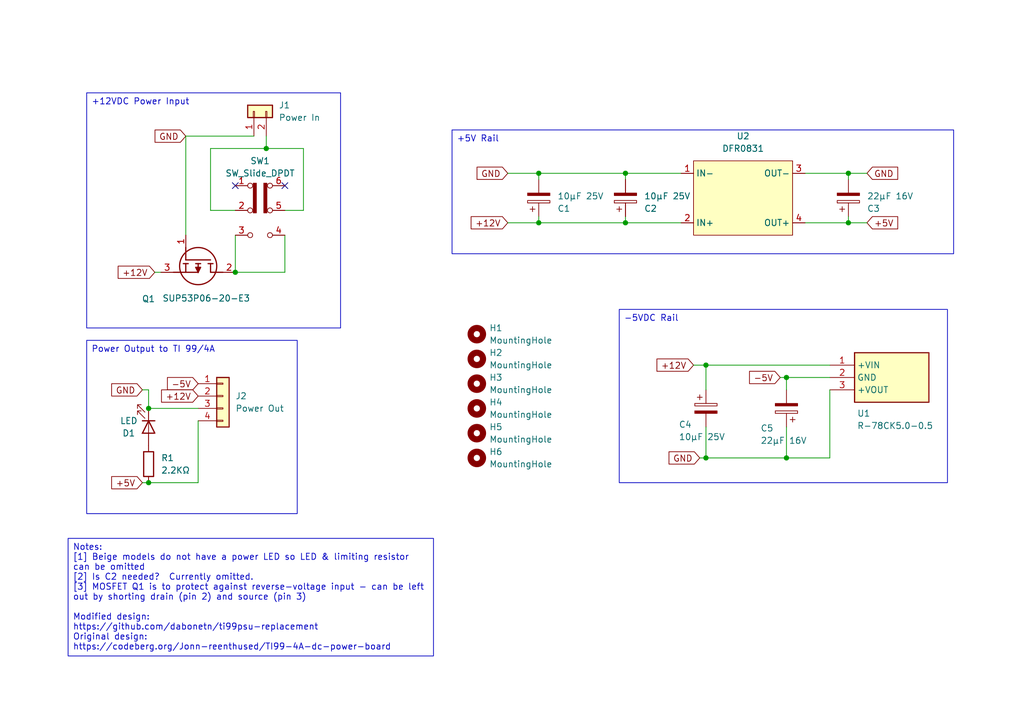
<source format=kicad_sch>
(kicad_sch (version 20250114) (generator "eeschema") (generator_version "9.0")
  (paper "A5")
  (title_block (title "Texas Instruments TI 99/4A PSU Replacement") (date "1/NOV/2025") (rev "A") (company "Brett Hallen") (comment 1 "www.youtube.com/@Brfff") (comment 2 "Modified design: dabonetn") (comment 3 "Original design: Johnny Blanchard"))
  (lib_symbols
    (symbol "Clueless_Engineer:DFR0831"
      (property "Reference" "U" (at -5.08 2.54 0))
      (property "Value" "DFR0831" (at -2.54 0 0))
      (symbol "DFR0831_1_1"
        (rectangle (start -10.16 -2.54) (end 10.16 -17.78) (fill (type color) (color 255 255 194 1)))
        (pin power_in line (at -12.7 -5.08 0) (length 2.54) (name "IN-") (number "1"))
        (pin power_in line (at -12.7 -15.24 0) (length 2.54) (name "IN+") (number "2"))
        (pin power_out line (at 12.7 -5.08 180) (length 2.54) (name "OUT-") (number "3"))
        (pin power_out line (at 12.7 -15.24 180) (length 2.54) (name "OUT+") (number "4"))
      )
    )
    (symbol "Clueless_Engineer:R-78CK5.0-0.5"
      (property "Reference" "PS" (at 21.59 7.62 0))
      (property "Value" "R-78CK5.0-0.5" (at 21.59 5.08 0))
      (symbol "R-78CK5.0-0.5_1_1"
        (rectangle (start 5.08 2.54) (end 20.32 -7.62) (stroke (width 0.254)) (fill (type background)))
        (pin passive line (at 0 0 0) (length 5.08) (name "+VIN") (number "1"))
        (pin passive line (at 0 -2.54 0) (length 5.08) (name "GND") (number "2"))
        (pin passive line (at 0 -5.08 0) (length 5.08) (name "+VOUT") (number "3"))
      )
    )
    (symbol "Clueless_Engineer:SUP53P06-20-E3" (pin_names (hide yes))
      (property "Reference" "Q" (at 11.43 3.81 0))
      (property "Value" "SUP53P06-20-E3" (at 11.43 1.27 0))
      (symbol "SUP53P06-20-E3_1_1"
        (polyline (pts (xy 2.54 0) (xy 5.08 0)) (stroke (width 0.254)))
        (polyline (pts (xy 5.08 5.08) (xy 5.08 0)) (stroke (width 0.254)))
        (polyline (pts (xy 5.842 5.588) (xy 5.842 4.572)) (stroke (width 0.254)))
        (polyline (pts (xy 5.842 2.032) (xy 5.842 3.048)) (stroke (width 0.254)))
        (polyline (pts (xy 5.842 0) (xy 7.62 0)) (stroke (width 0.254)))
        (polyline (pts (xy 5.842 -0.508) (xy 5.842 0.508)) (stroke (width 0.254)))
        (circle (center 6.35 2.54) (radius 3.81) (stroke (width 0.254)))
        (polyline (pts (xy 7.62 5.08) (xy 5.842 5.08)) (stroke (width 0.254)))
        (polyline (pts (xy 7.62 5.08) (xy 7.62 7.62)) (stroke (width 0.254)))
        (polyline (pts (xy 7.62 2.54) (xy 5.842 2.54)) (stroke (width 0.254)))
        (polyline (pts (xy 7.62 2.54) (xy 7.62 -2.54)) (stroke (width 0.254)))
        (polyline (pts (xy 7.62 2.54) (xy 6.604 3.048) (xy 6.604 2.032) (xy 7.62 2.54)) (stroke (width 0.254)) (fill (type outline)))
        (pin passive line (at 0 0 0) (length 2.54) (name "G") (number "1"))
        (pin passive line (at 7.62 10.16 270) (length 2.54) (name "D") (number "2"))
        (pin passive line (at 7.62 -5.08 90) (length 2.54) (name "S") (number "3"))
      )
    )
    (symbol "Connector_Generic:Conn_01x02" (pin_names (offset 1.016) (hide yes))
      (property "Reference" "J" (at 0 2.54 0))
      (property "Value" "Conn_01x02" (at 0 -5.08 0))
      (symbol "Conn_01x02_1_1"
        (rectangle (start -1.27 1.27) (end 1.27 -3.81) (stroke (width 0.254)) (fill (type background)))
        (rectangle (start -1.27 0.127) (end 0 -0.127) (stroke (width 0.1524)))
        (rectangle (start -1.27 -2.413) (end 0 -2.667) (stroke (width 0.1524)))
        (pin passive line (at -5.08 0 0) (length 3.81) (name "Pin_1") (number "1"))
        (pin passive line (at -5.08 -2.54 0) (length 3.81) (name "Pin_2") (number "2"))
      )
    )
    (symbol "Connector_Generic:Conn_01x04" (pin_names (offset 1.016) (hide yes))
      (property "Reference" "J" (at 0 5.08 0))
      (property "Value" "Conn_01x04" (at 0 -7.62 0))
      (symbol "Conn_01x04_1_1"
        (rectangle (start -1.27 3.81) (end 1.27 -6.35) (stroke (width 0.254)) (fill (type background)))
        (rectangle (start -1.27 2.667) (end 0 2.413) (stroke (width 0.1524)))
        (rectangle (start -1.27 0.127) (end 0 -0.127) (stroke (width 0.1524)))
        (rectangle (start -1.27 -2.413) (end 0 -2.667) (stroke (width 0.1524)))
        (rectangle (start -1.27 -4.953) (end 0 -5.207) (stroke (width 0.1524)))
        (pin passive line (at -5.08 2.54 0) (length 3.81) (name "Pin_1") (number "1"))
        (pin passive line (at -5.08 0 0) (length 3.81) (name "Pin_2") (number "2"))
        (pin passive line (at -5.08 -2.54 0) (length 3.81) (name "Pin_3") (number "3"))
        (pin passive line (at -5.08 -5.08 0) (length 3.81) (name "Pin_4") (number "4"))
      )
    )
    (symbol "Device:C_Polarized" (pin_numbers (hide yes)) (pin_names (offset 0.254))
      (property "Reference" "C" (at 0.635 2.54 0))
      (property "Value" "C_Polarized" (at 0.635 -2.54 0))
      (symbol "C_Polarized_0_1"
        (rectangle (start -2.286 0.508) (end 2.286 1.016))
        (polyline (pts (xy -1.778 2.286) (xy -0.762 2.286)))
        (polyline (pts (xy -1.27 2.794) (xy -1.27 1.778)))
        (rectangle (start 2.286 -0.508) (end -2.286 -1.016) (fill (type outline)))
      )
      (symbol "C_Polarized_1_1"
        (pin passive line (at 0 3.81 270) (length 2.794) (name "~") (number "1"))
        (pin passive line (at 0 -3.81 90) (length 2.794) (name "~") (number "2"))
      )
    )
    (symbol "Device:LED" (pin_numbers (hide yes)) (pin_names (offset 1.016) (hide yes))
      (property "Reference" "D" (at 0 2.54 0))
      (property "Value" "LED" (at 0 -2.54 0))
      (symbol "LED_0_1"
        (polyline (pts (xy -3.048 -0.762) (xy -4.572 -2.286) (xy -3.81 -2.286) (xy -4.572 -2.286) (xy -4.572 -1.524)))
        (polyline (pts (xy -1.778 -0.762) (xy -3.302 -2.286) (xy -2.54 -2.286) (xy -3.302 -2.286) (xy -3.302 -1.524)))
        (polyline (pts (xy -1.27 0) (xy 1.27 0)))
        (polyline (pts (xy -1.27 -1.27) (xy -1.27 1.27)) (stroke (width 0.254)))
        (polyline (pts (xy 1.27 -1.27) (xy 1.27 1.27) (xy -1.27 0) (xy 1.27 -1.27)) (stroke (width 0.254)))
      )
      (symbol "LED_1_1"
        (pin passive line (at -3.81 0 0) (length 2.54) (name "K") (number "1"))
        (pin passive line (at 3.81 0 180) (length 2.54) (name "A") (number "2"))
      )
    )
    (symbol "Device:R" (pin_numbers (hide yes)) (pin_names (offset 0))
      (property "Reference" "R" (at 2.032 0 90))
      (property "Value" "R" (at 0 0 90))
      (symbol "R_0_1"
        (rectangle (start -1.016 -2.54) (end 1.016 2.54) (stroke (width 0.254)))
      )
      (symbol "R_1_1"
        (pin passive line (at 0 3.81 270) (length 1.27) (name "~") (number "1"))
        (pin passive line (at 0 -3.81 90) (length 1.27) (name "~") (number "2"))
      )
    )
    (symbol "Mechanical:MountingHole" (pin_names (offset 1.016)) (in_bom no)
      (property "Reference" "H" (at 0 5.08 0))
      (property "Value" "MountingHole" (at 0 3.175 0))
      (symbol "MountingHole_0_1"
        (circle (center 0 0) (radius 1.27) (stroke (width 1.27)))
      )
    )
    (symbol "Switch:SW_Slide_DPDT" (pin_names (offset 0) (hide yes))
      (property "Reference" "SW" (at 0 6.858 0))
      (property "Value" "SW_Slide_DPDT" (at 0 -8.128 0))
      (symbol "SW_Slide_DPDT_0_0"
        (circle (center -2.032 5.08) (radius 0.508))
        (circle (center -2.032 -5.08) (radius 0.508))
        (circle (center 2.032 0) (radius 0.508))
        (circle (center 2.032 -5.08) (radius 0.508))
      )
      (symbol "SW_Slide_DPDT_0_1"
        (circle (center -2.032 0) (radius 0.508))
        (circle (center 2.032 5.08) (radius 0.508))
      )
      (symbol "SW_Slide_DPDT_1_1"
        (rectangle (start -1.397 5.588) (end -0.762 -0.508) (fill (type outline)))
        (rectangle (start 0.762 5.588) (end 1.397 -0.508) (fill (type outline)))
        (pin passive line (at -5.08 5.08 0) (length 2.54) (name "A") (number "1"))
        (pin passive line (at -5.08 0 0) (length 2.54) (name "B") (number "2"))
        (pin passive line (at -5.08 -5.08 0) (length 2.54) (name "C") (number "3"))
        (pin passive line (at 5.08 5.08 180) (length 2.54) (name "C") (number "6"))
        (pin passive line (at 5.08 0 180) (length 2.54) (name "B") (number "5"))
        (pin passive line (at 5.08 -5.08 180) (length 2.54) (name "A") (number "4"))
      )
    )
  )
  (text_box "+12VDC Power Input" (at 17.78 19.05 0) (size 52.07 48.26) (margins 0.9525 0.9525 0.9525 0.9525) (effects (font (size 1.27 1.27)) (justify left top)))
  (text_box "-5VDC Rail" (at 127 63.5 0) (size 67.31 35.56) (margins 0.9525 0.9525 0.9525 0.9525) (effects (font (size 1.27 1.27)) (justify left top)))
  (text_box "Power Output to TI 99/4A" (at 17.78 69.85 0) (size 43.18 35.56) (margins 0.9525 0.9525 0.9525 0.9525) (effects (font (size 1.27 1.27)) (justify left top)))
  (text_box "Notes:\n[1] Beige models do not have a power LED so LED & limiting resistor can be omitted\n[2] Is C2 needed?  Currently omitted.\n[3] MOSFET Q1 is to protect against reverse-voltage input - can be left out by shorting drain (pin 2) and source (pin 3)\n\nModified design:\nhttps://github.com/dabonetn/ti99psu-replacement\nOriginal design:\nhttps://codeberg.org/Jonn-reenthused/TI99-4A-dc-power-board" (at 13.97 110.49 0) (size 74.93 24.13) (margins 0.9525 0.9525 0.9525 0.9525) (effects (font (size 1.27 1.27)) (justify left top)))
  (text_box "+5V Rail" (at 92.71 26.67 0) (size 102.87 25.4) (margins 0.9525 0.9525 0.9525 0.9525) (effects (font (size 1.27 1.27)) (justify left top)))
  (junction (at 161.29 77.47))
  (junction (at 128.27 35.56))
  (junction (at 144.78 74.93))
  (junction (at 173.99 35.56))
  (junction (at 173.99 45.72))
  (junction (at 30.48 83.82))
  (junction (at 144.78 93.98))
  (junction (at 30.48 99.06))
  (junction (at 110.49 45.72))
  (junction (at 48.26 55.88))
  (junction (at 128.27 45.72))
  (junction (at 110.49 35.56))
  (junction (at 161.29 93.98))
  (junction (at 54.61 30.48))
  (no_connect (at 58.42 38.1))
  (no_connect (at 48.26 38.1))
  (wire (pts (xy 38.1 27.94) (xy 38.1 48.26)))
  (wire (pts (xy 173.99 44.45) (xy 173.99 45.72)))
  (wire (pts (xy 110.49 35.56) (xy 128.27 35.56)))
  (wire (pts (xy 54.61 30.48) (xy 54.61 27.94)))
  (wire (pts (xy 43.18 43.18) (xy 43.18 30.48)))
  (wire (pts (xy 144.78 74.93) (xy 170.18 74.93)))
  (wire (pts (xy 62.23 43.18) (xy 62.23 30.48)))
  (wire (pts (xy 161.29 87.63) (xy 161.29 93.98)))
  (wire (pts (xy 161.29 77.47) (xy 170.18 77.47)))
  (wire (pts (xy 38.1 27.94) (xy 52.07 27.94)))
  (wire (pts (xy 161.29 77.47) (xy 161.29 80.01)))
  (wire (pts (xy 43.18 43.18) (xy 48.26 43.18)))
  (wire (pts (xy 110.49 44.45) (xy 110.49 45.72)))
  (wire (pts (xy 139.7 35.56) (xy 128.27 35.56)))
  (wire (pts (xy 170.18 93.98) (xy 170.18 80.01)))
  (wire (pts (xy 104.14 35.56) (xy 110.49 35.56)))
  (wire (pts (xy 165.1 45.72) (xy 173.99 45.72)))
  (wire (pts (xy 40.64 86.36) (xy 40.64 99.06)))
  (wire (pts (xy 160.02 77.47) (xy 161.29 77.47)))
  (wire (pts (xy 31.75 55.88) (xy 33.02 55.88)))
  (wire (pts (xy 144.78 93.98) (xy 144.78 87.63)))
  (wire (pts (xy 165.1 35.56) (xy 173.99 35.56)))
  (wire (pts (xy 173.99 35.56) (xy 177.8 35.56)))
  (wire (pts (xy 173.99 45.72) (xy 177.8 45.72)))
  (wire (pts (xy 62.23 30.48) (xy 54.61 30.48)))
  (wire (pts (xy 29.21 80.01) (xy 30.48 80.01)))
  (wire (pts (xy 30.48 80.01) (xy 30.48 83.82)))
  (wire (pts (xy 30.48 99.06) (xy 40.64 99.06)))
  (wire (pts (xy 29.21 99.06) (xy 30.48 99.06)))
  (wire (pts (xy 30.48 83.82) (xy 40.64 83.82)))
  (wire (pts (xy 58.42 55.88) (xy 48.26 55.88)))
  (wire (pts (xy 128.27 45.72) (xy 139.7 45.72)))
  (wire (pts (xy 143.51 93.98) (xy 144.78 93.98)))
  (wire (pts (xy 110.49 45.72) (xy 128.27 45.72)))
  (wire (pts (xy 173.99 35.56) (xy 173.99 36.83)))
  (wire (pts (xy 142.24 74.93) (xy 144.78 74.93)))
  (wire (pts (xy 161.29 93.98) (xy 170.18 93.98)))
  (wire (pts (xy 110.49 35.56) (xy 110.49 36.83)))
  (wire (pts (xy 58.42 43.18) (xy 62.23 43.18)))
  (wire (pts (xy 43.18 30.48) (xy 54.61 30.48)))
  (wire (pts (xy 104.14 45.72) (xy 110.49 45.72)))
  (wire (pts (xy 144.78 74.93) (xy 144.78 80.01)))
  (wire (pts (xy 128.27 35.56) (xy 128.27 36.83)))
  (wire (pts (xy 48.26 48.26) (xy 48.26 55.88)))
  (wire (pts (xy 58.42 48.26) (xy 58.42 55.88)))
  (wire (pts (xy 144.78 93.98) (xy 161.29 93.98)))
  (wire (pts (xy 128.27 44.45) (xy 128.27 45.72)))
  (global_label "GND" (shape input) (at 38.1 27.94 180) (property "Intersheetrefs" "${INTERSHEET_REFS}" (effects (hide yes))))
  (global_label "+5V" (shape input) (at 177.8 45.72 0) (property "Intersheetrefs" "${INTERSHEET_REFS}" (effects (hide yes))))
  (global_label "-5V" (shape input) (at 40.64 78.74 180) (property "Intersheetrefs" "${INTERSHEET_REFS}" (effects (hide yes))))
  (global_label "+12V" (shape input) (at 31.75 55.88 180) (property "Intersheetrefs" "${INTERSHEET_REFS}" (effects (hide yes))))
  (global_label "GND" (shape input) (at 104.14 35.56 180) (property "Intersheetrefs" "${INTERSHEET_REFS}" (effects (hide yes))))
  (global_label "+12V" (shape input) (at 104.14 45.72 180) (property "Intersheetrefs" "${INTERSHEET_REFS}" (effects (hide yes))))
  (global_label "GND" (shape input) (at 29.21 80.01 180) (property "Intersheetrefs" "${INTERSHEET_REFS}" (effects (hide yes))))
  (global_label "GND" (shape input) (at 177.8 35.56 0) (property "Intersheetrefs" "${INTERSHEET_REFS}" (effects (hide yes))))
  (global_label "+12V" (shape input) (at 40.64 81.28 180) (property "Intersheetrefs" "${INTERSHEET_REFS}" (effects (hide yes))))
  (global_label "GND" (shape input) (at 143.51 93.98 180) (property "Intersheetrefs" "${INTERSHEET_REFS}" (effects (hide yes))))
  (global_label "+12V" (shape input) (at 142.24 74.93 180) (property "Intersheetrefs" "${INTERSHEET_REFS}" (effects (hide yes))))
  (global_label "+5V" (shape input) (at 29.21 99.06 180) (property "Intersheetrefs" "${INTERSHEET_REFS}" (effects (hide yes))))
  (global_label "-5V" (shape input) (at 160.02 77.47 180) (property "Intersheetrefs" "${INTERSHEET_REFS}" (effects (hide yes))))
  (symbol (lib_id "Switch:SW_Slide_DPDT") (at 53.34 43.18 0) (unit 1)
    (property "Reference" "SW1" (at 53.34 33.02 0))
    (property "Value" "SW_Slide_DPDT" (at 53.34 35.56 0))
    (property "Footprint" "Clueless_Engineer:SS-22G88-G090 DPDT" (effects (hide yes)))
    (property "Datasheet" "https://www.lcsc.com/datasheet/C2848925.pdf" (effects (hide yes)))
    (property "Description" "Slide Switch, dual pole double throw" (effects (hide yes)))
    (property "Manufacturer_Name" "G-Switch Electronic Technology" (effects (hide yes)))
  )
  (symbol (lib_id "Mechanical:MountingHole") (at 97.79 78.74 0) (unit 1) (in_bom no)
    (property "Reference" "H3" (at 100.33 77.4699 0) (effects (justify left)))
    (property "Value" "MountingHole" (at 100.33 80.0099 0) (effects (justify left)))
    (property "Footprint" "MountingHole:MountingHole_4mm" (effects (hide yes)))
    (property "Description" "Mounting Hole without connection" (effects (hide yes)))
  )
  (symbol (lib_id "Connector_Generic:Conn_01x04") (at 45.72 81.28 0) (unit 1)
    (property "Reference" "J2" (at 48.26 81.2799 0) (effects (justify left)))
    (property "Value" "Power Out" (at 48.26 83.8199 0) (effects (justify left)))
    (property "Footprint" "Connector_JST:JST_VH_B4P-VH_1x04_P3.96mm_Vertical" (effects (hide yes)))
    (property "Description" "Generic connector, single row, 01x04, script generated (kicad-library-utils/schlib/autogen/connector/)" (effects (hide yes)))
  )
  (symbol (lib_id "Mechanical:MountingHole") (at 97.79 83.82 0) (unit 1) (in_bom no)
    (property "Reference" "H4" (at 100.33 82.5499 0) (effects (justify left)))
    (property "Value" "MountingHole" (at 100.33 85.0899 0) (effects (justify left)))
    (property "Footprint" "MountingHole:MountingHole_4mm" (effects (hide yes)))
    (property "Description" "Mounting Hole without connection" (effects (hide yes)))
  )
  (symbol (lib_id "Mechanical:MountingHole") (at 97.79 93.98 0) (unit 1) (in_bom no)
    (property "Reference" "H6" (at 100.33 92.7099 0) (effects (justify left)))
    (property "Value" "MountingHole" (at 100.33 95.2499 0) (effects (justify left)))
    (property "Footprint" "MountingHole:MountingHole_6mm" (effects (hide yes)))
    (property "Description" "Mounting Hole without connection" (effects (hide yes)))
  )
  (symbol (lib_id "Device:C_Polarized") (at 173.99 40.64 0) (mirror x) (unit 1)
    (property "Reference" "C3" (at 177.8 42.7991 0) (effects (justify left)))
    (property "Value" "22µF 16V" (at 177.8 40.2591 0) (effects (justify left)))
    (property "Footprint" "Capacitor_THT:C_Radial_D5.0mm_H5.0mm_P2.00mm" (effects (hide yes)))
    (property "Description" "Polarized capacitor" (effects (hide yes)))
  )
  (symbol (lib_id "Device:C_Polarized") (at 144.78 83.82 0) (unit 1)
    (property "Reference" "C4" (at 139.192 87.122 0) (effects (justify left)))
    (property "Value" "10µF 25V" (at 139.192 89.662 0) (effects (justify left)))
    (property "Footprint" "Capacitor_THT:C_Radial_D5.0mm_H5.0mm_P2.00mm" (effects (hide yes)))
    (property "Description" "Polarized capacitor" (effects (hide yes)))
  )
  (symbol (lib_id "Device:C_Polarized") (at 161.29 83.82 180) (unit 1)
    (property "Reference" "C5" (at 155.956 87.884 0) (effects (justify right)))
    (property "Value" "22µF 16V" (at 155.956 90.424 0) (effects (justify right)))
    (property "Footprint" "Capacitor_THT:C_Radial_D5.0mm_H5.0mm_P2.00mm" (effects (hide yes)))
    (property "Description" "Polarized capacitor" (effects (hide yes)))
  )
  (symbol (lib_id "Clueless_Engineer:R-78CK5.0-0.5") (at 170.18 74.93 0) (unit 1)
    (property "Reference" "U1" (at 175.768 84.836 0) (effects (justify left)))
    (property "Value" "R-78CK5.0-0.5" (at 175.768 87.376 0) (effects (justify left)))
    (property "Footprint" "Clueless_Engineer:R78CK5005" (effects (hide yes)))
    (property "Datasheet" "https://recom-power.com/pdf/Innoline/R-78CK-0.5.pdf" (effects (hide yes)))
    (property "Description" "0.5A DC/DC-Converter \\'INNOLINE\\' SIP3 reg" (effects (hide yes)))
    (property "Height" "10.7" (effects (hide yes)))
    (property "Manufacturer_Name" "RECOM Power" (effects (hide yes)))
    (property "Manufacturer_Part_Number" "R-78CK5.0-0.5" (effects (hide yes)))
  )
  (symbol (lib_id "Device:LED") (at 30.48 87.63 270) (unit 1)
    (property "Reference" "D1" (at 26.416 88.9 90))
    (property "Value" "LED" (at 26.416 86.36 90))
    (property "Footprint" "LED_THT:LED_D5.0mm" (effects (hide yes)))
    (property "Description" "Light emitting diode" (effects (hide yes)))
    (property "Sim.Pins" "1=K 2=A" (effects (hide yes)))
  )
  (symbol (lib_id "Clueless_Engineer:DFR0831") (at 152.4 30.48 0) (unit 1)
    (property "Reference" "U2" (at 152.4 27.94 0))
    (property "Value" "DFR0831" (at 152.4 30.48 0))
    (property "Footprint" "Clueless_Engineer:DFR0831" (effects (hide yes)))
    (property "Datasheet" "https://www.mouser.com/pdfDocs/Product_Overview-DFRobot-DC-DCBuckConverter1.pdf?_gl=1*10lv6ib*_gcl_au*MTIwMTI3ODUxMy4xNzYxNjI0NTM3LjE5MjU4NTE2NTEuMTc2MTk3NTk4Mi4xNzYxOTc1OTgx*_ga*ODY1NjA4MjI5LjE3NjE2MjQ1Mzg.*_ga_15W4STQT4T*czE3NjE5NzU5NzUkbzgkZzEkdDE3NjE5NzYwMDUkajMwJGwwJGgw" (effects (hide yes)))
    (property "Description" "DC-DC Buck Converter 7-24V to 5V 4A" (effects (hide yes)))
    (property "Manufacturer_Name" "DFRobot" (effects (hide yes)))
  )
  (symbol (lib_id "Mechanical:MountingHole") (at 97.79 68.58 0) (unit 1) (in_bom no)
    (property "Reference" "H1" (at 100.33 67.3099 0) (effects (justify left)))
    (property "Value" "MountingHole" (at 100.33 69.8499 0) (effects (justify left)))
    (property "Footprint" "MountingHole:MountingHole_4mm" (effects (hide yes)))
    (property "Description" "Mounting Hole without connection" (effects (hide yes)))
  )
  (symbol (lib_id "Mechanical:MountingHole") (at 97.79 88.9 0) (unit 1) (in_bom no)
    (property "Reference" "H5" (at 100.33 87.6299 0) (effects (justify left)))
    (property "Value" "MountingHole" (at 100.33 90.1699 0) (effects (justify left)))
    (property "Footprint" "MountingHole:MountingHole_4mm" (effects (hide yes)))
    (property "Description" "Mounting Hole without connection" (effects (hide yes)))
  )
  (symbol (lib_id "Device:R") (at 30.48 95.25 180) (unit 1)
    (property "Reference" "R1" (at 33.02 93.9799 0) (effects (justify right)))
    (property "Value" "2.2KΩ" (at 33.02 96.5199 0) (effects (justify right)))
    (property "Footprint" "Resistor_THT:R_Axial_DIN0207_L6.3mm_D2.5mm_P7.62mm_Horizontal" (effects (hide yes)))
    (property "Description" "Resistor" (effects (hide yes)))
  )
  (symbol (lib_id "Device:C_Polarized") (at 110.49 40.64 0) (mirror x) (unit 1)
    (property "Reference" "C1" (at 114.3 42.7991 0) (effects (justify left)))
    (property "Value" "10µF 25V" (at 114.3 40.2591 0) (effects (justify left)))
    (property "Footprint" "Capacitor_THT:C_Radial_D5.0mm_H5.0mm_P2.00mm" (effects (hide yes)))
    (property "Description" "Polarized capacitor" (effects (hide yes)))
  )
  (symbol (lib_id "Connector_Generic:Conn_01x02") (at 52.07 22.86 90) (unit 1)
    (property "Reference" "J1" (at 57.15 21.5899 90) (effects (justify right)))
    (property "Value" "Power In" (at 57.15 24.1299 90) (effects (justify right)))
    (property "Footprint" "Connector_JST:JST_VH_B2P-VH_1x02_P3.96mm_Vertical" (effects (hide yes)))
    (property "Description" "Generic connector, single row, 01x02, script generated (kicad-library-utils/schlib/autogen/connector/)" (effects (hide yes)))
  )
  (symbol (lib_id "Clueless_Engineer:SUP53P06-20-E3") (at 38.1 48.26 270) (unit 1)
    (property "Reference" "Q1" (at 29.0829 61.341 90) (effects (justify left)))
    (property "Value" "SUP53P06-20-E3" (at 33.274 61.214 90) (effects (justify left)))
    (property "Footprint" "Clueless_Engineer:TO254P465X1028X1931-3P" (effects (hide yes)))
    (property "Datasheet" "https://datasheet.datasheetarchive.com/originals/distributors/Datasheets-DGA24/1593239.pdf" (effects (hide yes)))
    (property "Description" "VISHAY - SUP53P06-20-E3 - MOSFET, P, TO-220" (effects (hide yes)))
    (property "Height" "4.65" (effects (hide yes)))
    (property "Mouser Part Number" "781-SUP53P06-20-E3" (effects (hide yes)))
    (property "Mouser Price/Stock" "https://www.mouser.co.uk/ProductDetail/Vishay-Semiconductors/SUP53P06-20-E3?qs=ru2xu5lizsADXHLEpSNjJA%3D%3D" (effects (hide yes)))
    (property "Manufacturer_Name" "Vishay" (effects (hide yes)))
    (property "Manufacturer_Part_Number" "SUP53P06-20-E3" (effects (hide yes)))
  )
  (symbol (lib_id "Device:C_Polarized") (at 128.27 40.64 0) (mirror x) (unit 1) (on_board no)
    (property "Reference" "C2" (at 132.08 42.7991 0) (effects (justify left)))
    (property "Value" "10µF 25V" (at 132.08 40.2591 0) (effects (justify left)))
    (property "Footprint" "Capacitor_THT:C_Radial_D5.0mm_H5.0mm_P2.00mm" (effects (hide yes)))
    (property "Description" "Polarized capacitor" (effects (hide yes)))
  )
  (symbol (lib_id "Mechanical:MountingHole") (at 97.79 73.66 0) (unit 1) (in_bom no)
    (property "Reference" "H2" (at 100.33 72.3899 0) (effects (justify left)))
    (property "Value" "MountingHole" (at 100.33 74.9299 0) (effects (justify left)))
    (property "Footprint" "MountingHole:MountingHole_4mm" (effects (hide yes)))
    (property "Description" "Mounting Hole without connection" (effects (hide yes)))
  )
)
</source>
